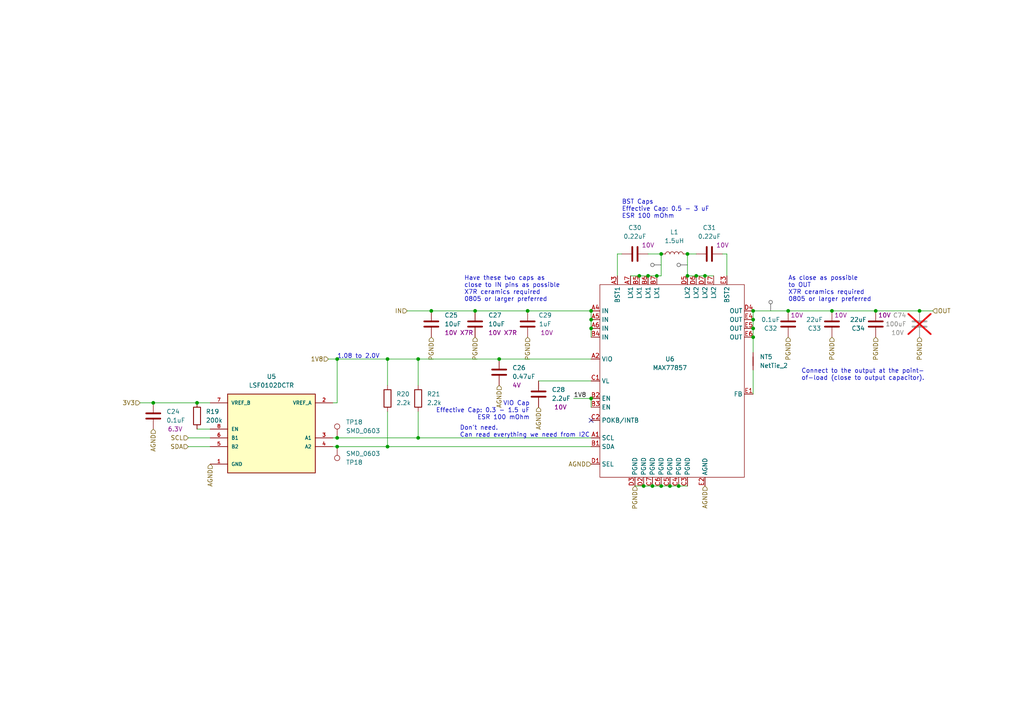
<source format=kicad_sch>
(kicad_sch (version 20230121) (generator eeschema)
  (paper "A4")
  (lib_symbols
    (symbol "Device:NetTie_2" (pin_numbers hide) (pin_names (offset 0) hide)
      (property "Reference" "NT" (at 0 1.27 0))
      (property "Value" "NetTie_2" (at 0 -1.27 0))
      (symbol "NetTie_2_0_1"
        (polyline (pts (xy -1.27 0) (xy 1.27 0)) (stroke (width 0.254)))
      )
      (symbol "NetTie_2_1_1"
        (pin passive line (at -2.54 0 0) (length 2.54) (name "1") (number "1"))
        (pin passive line (at 2.54 0 180) (length 2.54) (name "2") (number "2"))
      )
    )
    (symbol "robot:C" (pin_numbers hide) (pin_names (offset 0.254))
      (property "Reference" "C" (at 0.635 2.54 0))
      (property "Value" "C" (at 0.635 -2.54 0))
      (symbol "C_0_1"
        (polyline (pts (xy -2.032 -0.762) (xy 2.032 -0.762)) (stroke (width 0.508)))
        (polyline (pts (xy -2.032 0.762) (xy 2.032 0.762)) (stroke (width 0.508)))
      )
      (symbol "C_1_1"
        (pin passive line (at 0 3.81 270) (length 2.794) (name "~") (number "1"))
        (pin passive line (at 0 -3.81 90) (length 2.794) (name "~") (number "2"))
      )
    )
    (symbol "robot:L" (pin_numbers hide) (pin_names (offset 1.016) hide)
      (property "Reference" "L" (at -1.27 0 90))
      (property "Value" "L" (at 1.905 0 90))
      (symbol "L_0_1"
        (arc (start 0 -2.54) (mid 0.6323 -1.905) (end 0 -1.27))
        (arc (start 0 -1.27) (mid 0.6323 -0.635) (end 0 0))
        (arc (start 0 0) (mid 0.6323 0.635) (end 0 1.27))
        (arc (start 0 1.27) (mid 0.6323 1.905) (end 0 2.54))
      )
      (symbol "L_1_1"
        (pin passive line (at 0 3.81 270) (length 1.27) (name "1") (number "1"))
        (pin passive line (at 0 -3.81 90) (length 1.27) (name "2") (number "2"))
      )
    )
    (symbol "robot:LSF0102DCTR" (pin_names (offset 1.016))
      (property "Reference" "U" (at -12.7 13.97 0))
      (property "Value" "LSF0102DCTR" (at -12.7 -11.43 0))
      (symbol "LSF0102DCTR_0_0"
        (rectangle (start -12.7 -10.16) (end 12.7 12.7) (stroke (width 0.254)) (fill (type background)))
        (pin power_in line (at 17.78 -7.62 180) (length 5.08) (name "GND") (number "1"))
        (pin power_in line (at -17.78 10.16 0) (length 5.08) (name "VREF_A") (number "2"))
        (pin bidirectional line (at -17.78 0 0) (length 5.08) (name "A1") (number "3"))
        (pin bidirectional line (at -17.78 -2.54 0) (length 5.08) (name "A2") (number "4"))
        (pin bidirectional line (at 17.78 -2.54 180) (length 5.08) (name "B2") (number "5"))
        (pin bidirectional line (at 17.78 0 180) (length 5.08) (name "B1") (number "6"))
        (pin power_in line (at 17.78 10.16 180) (length 5.08) (name "VREF_B") (number "7"))
        (pin input line (at 17.78 2.54 180) (length 5.08) (name "EN") (number "8"))
      )
    )
    (symbol "robot:MAX77857"
      (property "Reference" "U" (at 0 0 0))
      (property "Value" "MAX77857" (at 0 -2.54 0))
      (symbol "MAX77857_0_1"
        (rectangle (start -20.32 24.13) (end 21.59 -31.75))
      )
      (symbol "MAX77857_1_1"
        (pin input line (at -22.86 -20.32 0) (length 2.54) (name "SCL") (number "A1"))
        (pin power_in line (at -22.86 2.54 0) (length 2.54) (name "VIO") (number "A2"))
        (pin power_out line (at -15.24 26.67 270) (length 2.54) (name "BST1") (number "A3"))
        (pin power_in line (at -22.86 16.51 0) (length 2.54) (name "IN") (number "A4"))
        (pin power_in line (at -22.86 13.97 0) (length 2.54) (name "IN") (number "A5"))
        (pin power_in line (at -22.86 11.43 0) (length 2.54) (name "IN") (number "A6"))
        (pin power_out line (at -11.43 26.67 270) (length 2.54) (name "LX1") (number "A7"))
        (pin bidirectional line (at -22.86 -22.86 0) (length 2.54) (name "SDA") (number "B1"))
        (pin input line (at -22.86 -8.89 0) (length 2.54) (name "EN") (number "B2"))
        (pin input line (at -22.86 -11.43 0) (length 2.54) (name "EN") (number "B3"))
        (pin power_in line (at -22.86 8.89 0) (length 2.54) (name "IN") (number "B4"))
        (pin passive line (at -8.89 26.67 270) (length 2.54) (name "LX1") (number "B5"))
        (pin passive line (at -6.35 26.67 270) (length 2.54) (name "LX1") (number "B6"))
        (pin passive line (at -3.81 26.67 270) (length 2.54) (name "LX1") (number "B7"))
        (pin power_out line (at -22.86 -3.81 0) (length 2.54) (name "VL") (number "C1"))
        (pin output line (at -22.86 -15.24 0) (length 2.54) (name "POKB/INTB") (number "C2"))
        (pin power_in line (at 5.08 -34.29 90) (length 2.54) (name "PGND") (number "C3"))
        (pin power_in line (at 2.54 -34.29 90) (length 2.54) (name "PGND") (number "C4"))
        (pin power_in line (at 0 -34.29 90) (length 2.54) (name "PGND") (number "C5"))
        (pin power_in line (at -2.54 -34.29 90) (length 2.54) (name "PGND") (number "C6"))
        (pin power_in line (at -5.08 -34.29 90) (length 2.54) (name "PGND") (number "C7"))
        (pin input line (at -22.86 -27.94 0) (length 2.54) (name "SEL") (number "D1"))
        (pin power_in line (at -7.62 -34.29 90) (length 2.54) (name "PGND") (number "D2"))
        (pin power_in line (at -10.16 -34.29 90) (length 2.54) (name "PGND") (number "D3"))
        (pin power_out line (at 24.13 16.51 180) (length 2.54) (name "OUT") (number "D4"))
        (pin power_out line (at 5.08 26.67 270) (length 2.54) (name "LX2") (number "D5"))
        (pin passive line (at 7.62 26.67 270) (length 2.54) (name "LX2") (number "D6"))
        (pin passive line (at 10.16 26.67 270) (length 2.54) (name "LX2") (number "D7"))
        (pin input line (at 24.13 -7.62 180) (length 2.54) (name "FB") (number "E1"))
        (pin power_in line (at 10.16 -34.29 90) (length 2.54) (name "AGND") (number "E2"))
        (pin power_out line (at 16.51 26.67 270) (length 2.54) (name "BST2") (number "E3"))
        (pin passive line (at 24.13 13.97 180) (length 2.54) (name "OUT") (number "E4"))
        (pin passive line (at 24.13 11.43 180) (length 2.54) (name "OUT") (number "E5"))
        (pin passive line (at 24.13 8.89 180) (length 2.54) (name "OUT") (number "E6"))
        (pin passive line (at 12.7 26.67 270) (length 2.54) (name "LX2") (number "E7"))
      )
    )
    (symbol "robot:R" (pin_numbers hide) (pin_names (offset 0))
      (property "Reference" "R" (at 2.032 0 90))
      (property "Value" "R" (at 0 0 90))
      (symbol "R_0_1"
        (rectangle (start -1.016 -2.54) (end 1.016 2.54) (stroke (width 0.254)))
      )
      (symbol "R_1_1"
        (pin passive line (at 0 3.81 270) (length 1.27) (name "~") (number "1"))
        (pin passive line (at 0 -3.81 90) (length 1.27) (name "~") (number "2"))
      )
    )
    (symbol "robot:TestPoint" (pin_numbers hide) (pin_names (offset 0.762) hide)
      (property "Reference" "TP" (at 0 6.858 0))
      (symbol "TestPoint_0_1"
        (circle (center 0 3.302) (radius 0.762))
      )
      (symbol "TestPoint_1_1"
        (pin passive line (at 0 0 90) (length 2.54) (name "1") (number "1"))
      )
    )
  )
  (junction (at 97.79 129.54))
  (junction (at 153.035 90.17))
  (junction (at 44.45 116.84))
  (junction (at 191.77 140.97))
  (junction (at 186.69 140.97))
  (junction (at 144.78 104.14))
  (junction (at 187.96 80.01))
  (junction (at 189.23 140.97))
  (junction (at 191.77 73.66))
  (junction (at 266.7 90.17))
  (junction (at 171.45 115.57))
  (junction (at 196.85 140.97))
  (junction (at 121.285 104.14))
  (junction (at 218.44 97.79))
  (junction (at 199.39 80.01))
  (junction (at 185.42 80.01))
  (junction (at 97.79 104.14))
  (junction (at 218.44 95.25))
  (junction (at 199.39 73.66))
  (junction (at 201.93 80.01))
  (junction (at 97.79 127))
  (junction (at 125.095 90.17))
  (junction (at 171.45 92.71))
  (junction (at 194.31 140.97))
  (junction (at 228.6 90.17))
  (junction (at 121.285 127))
  (junction (at 204.47 80.01))
  (junction (at 171.45 90.17))
  (junction (at 218.44 92.71))
  (junction (at 241.3 90.17))
  (junction (at 190.5 80.01))
  (junction (at 254 90.17))
  (junction (at 112.395 129.54))
  (junction (at 171.45 95.25))
  (junction (at 57.15 116.84))
  (junction (at 137.795 90.17))
  (junction (at 112.395 104.14))
  (junction (at 218.44 90.17))
  (no_connect (at 171.45 121.92))
  (wire (pts (xy 210.82 73.66) (xy 210.82 80.01)))
  (wire (pts (xy 171.45 92.71) (xy 171.45 95.25)))
  (wire (pts (xy 112.395 129.54) (xy 171.45 129.54)))
  (wire (pts (xy 144.78 104.14) (xy 171.45 104.14)))
  (wire (pts (xy 218.44 95.25) (xy 218.44 97.79)))
  (wire (pts (xy 112.395 119.38) (xy 112.395 129.54)))
  (wire (pts (xy 179.07 73.66) (xy 180.34 73.66)))
  (wire (pts (xy 186.69 140.97) (xy 189.23 140.97)))
  (wire (pts (xy 209.55 73.66) (xy 210.82 73.66)))
  (wire (pts (xy 95.25 104.14) (xy 97.79 104.14)))
  (wire (pts (xy 96.52 116.84) (xy 97.79 116.84)))
  (wire (pts (xy 40.64 116.84) (xy 44.45 116.84)))
  (wire (pts (xy 137.795 90.17) (xy 153.035 90.17)))
  (wire (pts (xy 199.39 73.66) (xy 199.39 80.01)))
  (wire (pts (xy 191.77 140.97) (xy 194.31 140.97)))
  (wire (pts (xy 44.45 116.84) (xy 57.15 116.84)))
  (wire (pts (xy 171.45 95.25) (xy 171.45 97.79)))
  (wire (pts (xy 194.31 140.97) (xy 196.85 140.97)))
  (wire (pts (xy 121.285 119.38) (xy 121.285 127)))
  (wire (pts (xy 125.095 90.17) (xy 137.795 90.17)))
  (wire (pts (xy 187.96 73.66) (xy 191.77 73.66)))
  (wire (pts (xy 97.79 104.14) (xy 112.395 104.14)))
  (wire (pts (xy 189.23 140.97) (xy 191.77 140.97)))
  (wire (pts (xy 218.44 92.71) (xy 218.44 95.25)))
  (wire (pts (xy 218.44 97.79) (xy 218.44 102.235)))
  (wire (pts (xy 199.39 73.66) (xy 201.93 73.66)))
  (wire (pts (xy 185.42 80.01) (xy 187.96 80.01)))
  (wire (pts (xy 171.45 90.17) (xy 171.45 92.71)))
  (wire (pts (xy 179.07 80.01) (xy 179.07 73.66)))
  (wire (pts (xy 112.395 111.76) (xy 112.395 104.14)))
  (wire (pts (xy 112.395 104.14) (xy 121.285 104.14)))
  (wire (pts (xy 97.79 129.54) (xy 112.395 129.54)))
  (wire (pts (xy 241.3 90.17) (xy 254 90.17)))
  (wire (pts (xy 96.52 127) (xy 97.79 127)))
  (wire (pts (xy 166.37 115.57) (xy 171.45 115.57)))
  (wire (pts (xy 201.93 80.01) (xy 204.47 80.01)))
  (wire (pts (xy 218.44 90.17) (xy 218.44 92.71)))
  (wire (pts (xy 118.11 90.17) (xy 125.095 90.17)))
  (wire (pts (xy 54.61 129.54) (xy 60.96 129.54)))
  (wire (pts (xy 57.15 124.46) (xy 60.96 124.46)))
  (wire (pts (xy 153.035 90.17) (xy 171.45 90.17)))
  (wire (pts (xy 57.15 116.84) (xy 60.96 116.84)))
  (wire (pts (xy 54.61 127) (xy 60.96 127)))
  (wire (pts (xy 266.7 90.17) (xy 270.51 90.17)))
  (wire (pts (xy 182.88 80.01) (xy 185.42 80.01)))
  (wire (pts (xy 218.44 90.17) (xy 228.6 90.17)))
  (wire (pts (xy 190.5 80.01) (xy 191.77 80.01)))
  (wire (pts (xy 121.285 127) (xy 171.45 127)))
  (wire (pts (xy 97.79 127) (xy 121.285 127)))
  (wire (pts (xy 228.6 90.17) (xy 241.3 90.17)))
  (wire (pts (xy 204.47 80.01) (xy 207.01 80.01)))
  (wire (pts (xy 96.52 129.54) (xy 97.79 129.54)))
  (wire (pts (xy 199.39 80.01) (xy 201.93 80.01)))
  (wire (pts (xy 121.285 104.14) (xy 144.78 104.14)))
  (wire (pts (xy 254 90.17) (xy 266.7 90.17)))
  (wire (pts (xy 171.45 115.57) (xy 171.45 118.11)))
  (wire (pts (xy 184.15 140.97) (xy 186.69 140.97)))
  (wire (pts (xy 187.96 80.01) (xy 190.5 80.01)))
  (wire (pts (xy 196.85 140.97) (xy 199.39 140.97)))
  (wire (pts (xy 121.285 111.76) (xy 121.285 104.14)))
  (wire (pts (xy 218.44 107.315) (xy 218.44 114.3)))
  (wire (pts (xy 156.21 110.49) (xy 171.45 110.49)))
  (wire (pts (xy 97.79 116.84) (xy 97.79 104.14)))
  (wire (pts (xy 191.77 80.01) (xy 191.77 73.66)))
  (text "Have these two caps as \nclose to IN pins as possible\nX7R ceramics required\n0805 or larger preferred" (at 134.62 87.63 0) (effects (font (size 1.27 1.27)) (justify left bottom)))
  (text "Connect to the output at the point-\nof-load (close to output capacitor)." (at 232.41 110.49 0) (effects (font (size 1.27 1.27)) (justify left bottom)))
  (text "Don't need.\nCan read everything we need from I2C" (at 133.35 127 0) (effects (font (size 1.27 1.27)) (justify left bottom)))
  (text "BST Caps\nEffective Cap: 0.5 - 3 uF\nESR 100 mOhm" (at 180.34 63.5 0) (effects (font (size 1.27 1.27)) (justify left bottom)))
  (text "1.08 to 2.0V" (at 97.79 104.14 0) (effects (font (size 1.27 1.27)) (justify left bottom)))
  (text "As close as possible\nto OUT\nX7R ceramics required\n0805 or larger preferred" (at 228.6 87.63 0) (effects (font (size 1.27 1.27)) (justify left bottom)))
  (text "VIO Cap\nEffective Cap: 0.3 - 1.5 uF\nESR 100 mOhm" (at 153.67 121.92 0) (effects (font (size 1.27 1.27)) (justify right bottom)))
  (label "1V8" (at 166.37 115.57 0))
  (hierarchical_label "PGND" (shape input) (at 254 97.79 270))
  (hierarchical_label "1V8" (shape input) (at 95.25 104.14 180))
  (hierarchical_label "PGND" (shape input) (at 266.7 97.79 270))
  (hierarchical_label "PGND" (shape input) (at 125.095 97.79 270))
  (hierarchical_label "SDA" (shape input) (at 54.61 129.54 180))
  (hierarchical_label "PGND" (shape input) (at 137.795 97.79 270))
  (hierarchical_label "OUT" (shape input) (at 270.51 90.17 0))
  (hierarchical_label "PGND" (shape input) (at 184.15 140.97 270))
  (hierarchical_label "3V3" (shape input) (at 40.64 116.84 180))
  (hierarchical_label "AGND" (shape input) (at 44.45 124.46 270))
  (hierarchical_label "AGND" (shape input) (at 156.21 118.11 270))
  (hierarchical_label "PGND" (shape input) (at 228.6 97.79 270))
  (hierarchical_label "PGND" (shape input) (at 241.3 97.79 270))
  (hierarchical_label "AGND" (shape input) (at 204.47 140.97 270))
  (hierarchical_label "AGND" (shape input) (at 60.96 134.62 270))
  (hierarchical_label "IN" (shape input) (at 118.11 90.17 180))
  (hierarchical_label "AGND" (shape input) (at 144.78 111.76 270))
  (hierarchical_label "AGND" (shape input) (at 171.45 134.62 180))
  (hierarchical_label "PGND" (shape input) (at 153.035 97.79 270))
  (hierarchical_label "SCL" (shape input) (at 54.61 127 180))
  (netclass_flag "" (length 2.54) (shape round) (at 191.77 76.835 90) (property "Netclass" "power_2A" (effects hide)))
  (netclass_flag "" (length 2.54) (shape round) (at 199.39 76.835 90) (property "Netclass" "power_2A" (effects hide)))
  (netclass_flag "" (length 2.54) (shape round) (at 223.52 90.17 0) (property "Netclass" "power_2A" (effects hide)))
  (symbol (lib_id "robot:MAX77857") (at 194.31 106.68 0) (unit 1)
    (property "Reference" "U6" (at 194.31 104.14 0))
    (property "Value" "MAX77857" (at 194.31 106.68 0))
    (property "Footprint" "robot:WLP-35_7x5_2.828x2.028mm" (effects hide))
    (property "Datasheet" "https://datasheets.maximintegrated.com/en/ds/MAX77857.pdf" (effects hide))
    (property "Part Number" "MAX77857" (effects hide))
    (property "Manufacturer" "Maxim" (effects hide))
    (property "Stock" "19" (effects hide))
  )
  (symbol (lib_id "robot:C") (at 156.21 114.3 0) (unit 1)
    (property "Reference" "C28" (at 160.02 113.0299 0) (effects (justify left)))
    (property "Value" "2.2uF" (at 160.02 115.5699 0) (effects (justify left)))
    (property "Footprint" "robot:C_0603_1608Metric" (effects hide))
    (property "Description" "10V" (at 162.56 118.11 0))
    (property "Manufacturer" "Samsung" (effects hide))
    (property "Part Number" "CL10A225KP8NNNC" (effects hide))
  )
  (symbol (lib_id "robot:LSF0102DCTR") (at 78.74 127 0) (mirror y) (unit 1)
    (property "Reference" "U5" (at 78.74 109.22 0))
    (property "Value" "LSF0102DCTR" (at 78.74 111.76 0))
    (property "Footprint" "robot:SOP65P400X130-8N" (effects hide))
    (property "Datasheet" "https://www.ti.com/lit/ds/symlink/lsf0102.pdf?ts=1663326115010&ref_url=https%253A%252F%252Fwww.ti.com%252Fproduct%252FLSF0102%252Fpart-details%252FLSF0102DCTR" (effects hide))
    (property "Manufacturer" "Texas Instruments" (effects hide))
    (property "Part Number" "LSF0102DCTR" (effects hide))
    (property "Stock" "19" (effects hide))
  )
  (symbol (lib_id "Device:NetTie_2") (at 218.44 104.775 270) (unit 1) (in_bom no)
    (property "Reference" "NT5" (at 220.345 103.505 90) (effects (justify left)))
    (property "Value" "NetTie_2" (at 220.345 106.045 90) (effects (justify left)))
    (property "Footprint" "robot:NetTie-_SMD_Pad6mil" (effects hide))
    (property "Manufacturer" "N/A" (effects hide))
    (property "Part Number" "N/A" (effects hide))
    (instances (project "robot" (path "" (reference "NT5") (unit 1)) (path "" (reference "NT15") (unit 1)) (path "" (reference "NT15") (unit 1))))
  )
  (symbol (lib_id "robot:C") (at 228.6 93.98 180) (unit 1)
    (property "Reference" "C32" (at 223.52 95.25 0))
    (property "Value" "0.1uF" (at 223.52 92.71 0))
    (property "Footprint" "robot:C_0402_1005Metric" (effects hide))
    (property "Description" "10V" (at 231.14 91.44 0))
    (property "Manufacturer" "Samsung" (effects hide))
    (property "Part Number" "CL05A104KA5NNNC" (effects hide))
  )
  (symbol (lib_id "robot:C") (at 137.795 93.98 0) (unit 1)
    (property "Reference" "C27" (at 141.605 91.4399 0) (effects (justify left)))
    (property "Value" "10uF" (at 141.605 93.9799 0) (effects (justify left)))
    (property "Footprint" "robot:C_0603_1608Metric" (effects hide))
    (property "Description" "10V X7R" (at 141.605 96.52 0) (effects (justify left)))
    (property "Manufacturer" "Murata" (effects hide))
    (property "Part Number" "GRM188R61E106KA73J" (effects hide))
  )
  (symbol (lib_id "robot:R") (at 112.395 115.57 0) (unit 1)
    (property "Reference" "R20" (at 114.935 114.2999 0) (effects (justify left)))
    (property "Value" "2.2k" (at 114.935 116.8399 0) (effects (justify left)))
    (property "Footprint" "robot:R_0603_1608Metric" (effects hide))
    (property "Manufacturer" "Stackpole Electronics" (effects hide))
    (property "Part Number" "RMCF0603JT2K20" (effects hide))
  )
  (symbol (lib_id "robot:C") (at 125.095 93.98 0) (unit 1)
    (property "Reference" "C25" (at 128.905 91.4399 0) (effects (justify left)))
    (property "Value" "10uF" (at 128.905 93.9799 0) (effects (justify left)))
    (property "Footprint" "robot:C_0603_1608Metric" (effects hide))
    (property "Description" "10V X7R" (at 128.905 96.5199 0) (effects (justify left)))
    (property "Manufacturer" "Murata" (effects hide))
    (property "Part Number" "GRM188R61E106KA73J" (effects hide))
  )
  (symbol (lib_id "robot:C") (at 44.45 120.65 0) (unit 1)
    (property "Reference" "C24" (at 48.26 119.3799 0) (effects (justify left)))
    (property "Value" "0.1uF" (at 48.26 121.9199 0) (effects (justify left)))
    (property "Footprint" "robot:C_0402_1005Metric" (effects hide))
    (property "Description" "6.3V" (at 50.8 124.46 0))
    (property "Manufacturer" "Samsung" (effects hide))
    (property "Part Number" "CL05A104KA5NNNC" (effects hide))
  )
  (symbol (lib_id "robot:C") (at 153.035 93.98 180) (unit 1)
    (property "Reference" "C29" (at 158.115 91.44 0))
    (property "Value" "1uF" (at 158.115 93.98 0))
    (property "Footprint" "robot:C_0402_1005Metric" (effects hide))
    (property "Description" " 10V" (at 158.115 96.52 0))
    (property "Manufacturer" "Murata" (effects hide))
    (property "Part Number" "GRM155R61E105KA12D" (effects hide))
  )
  (symbol (lib_id "robot:TestPoint") (at 97.79 129.54 0) (mirror x) (unit 1)
    (property "Reference" "TP18" (at 100.33 134.112 0) (effects (justify left)))
    (property "Value" "SMD_0603" (at 100.33 131.572 0) (effects (justify left)))
    (property "Footprint" "robot:TestPoint_SMD_0603" (effects hide))
    (property "Description" "SMD Test Point 0603 size." (effects hide))
    (property "Manufacturer" "KOA Speer Electronics, Inc." (effects hide))
    (property "Part Number" "RCUCTE" (effects hide))
    (instances (project "robot" (path "" (reference "TP18") (unit 1)) (path "" (reference "TP19") (unit 1))))
  )
  (symbol (lib_id "robot:C") (at 254 93.98 180) (unit 1)
    (property "Reference" "C34" (at 248.92 95.25 0))
    (property "Value" "22uF" (at 248.92 92.71 0))
    (property "Footprint" "robot:C_0603_1608Metric" (effects hide))
    (property "Description" "10V" (at 256.54 91.44 0))
    (property "Manufacturer" "Murata" (effects hide))
    (property "Part Number" "GRM188R61A226ME15D" (effects hide))
  )
  (symbol (lib_id "robot:L") (at 195.58 73.66 90) (unit 1)
    (property "Reference" "L1" (at 195.58 67.31 90))
    (property "Value" "1.5uH" (at 195.58 69.85 90))
    (property "Footprint" "robot:NRS6028T1R5NMGJ" (effects hide))
    (property "Datasheet" "https://www.mouser.jp/datasheet/2/396/wound04_e-1290968.pdf" (effects hide))
    (property "Part Number" "NRS6028T1R5NMGJ" (effects hide))
    (property "Description" "DCR < 22 mOhms. I_sat > 4A" (effects hide))
    (property "Manufacturer" "TAIYO YUDEN" (effects hide))
  )
  (symbol (lib_id "robot:C") (at 241.3 93.98 180) (unit 1)
    (property "Reference" "C33" (at 236.22 95.25 0))
    (property "Value" "22uF" (at 236.22 92.71 0))
    (property "Footprint" "robot:C_0603_1608Metric" (effects hide))
    (property "Description" "10V" (at 243.84 91.44 0))
    (property "Manufacturer" "Murata" (effects hide))
    (property "Part Number" "GRM188R61A226ME15D" (effects hide))
  )
  (symbol (lib_id "robot:C") (at 184.15 73.66 90) (unit 1)
    (property "Reference" "C30" (at 184.15 66.04 90))
    (property "Value" "0.22uF" (at 184.15 68.58 90))
    (property "Footprint" "robot:C_0603_1608Metric" (effects hide))
    (property "Description" "10V" (at 187.96 71.12 90))
    (property "Manufacturer" "Samsung" (effects hide))
    (property "Part Number" "CL10B224KA8NNNC" (effects hide))
  )
  (symbol (lib_id "robot:TestPoint") (at 97.79 127 0) (unit 1)
    (property "Reference" "TP18" (at 100.33 122.428 0) (effects (justify left)))
    (property "Value" "SMD_0603" (at 100.33 124.968 0) (effects (justify left)))
    (property "Footprint" "robot:TestPoint_SMD_0603" (effects hide))
    (property "Description" "SMD Test Point 0603 size." (effects hide))
    (property "Manufacturer" "KOA Speer Electronics, Inc." (effects hide))
    (property "Part Number" "RCUCTE" (effects hide))
  )
  (symbol (lib_id "robot:R") (at 57.15 120.65 0) (unit 1)
    (property "Reference" "R19" (at 59.69 119.3799 0) (effects (justify left)))
    (property "Value" "200k" (at 59.69 121.9199 0) (effects (justify left)))
    (property "Footprint" "robot:R_0603_1608Metric" (effects hide))
    (property "Manufacturer" "Stackpole Electronics" (effects hide))
    (property "Part Number" "RMCF0603JT200K" (effects hide))
  )
  (symbol (lib_id "robot:C") (at 144.78 107.95 0) (unit 1)
    (property "Reference" "C26" (at 148.59 106.6799 0) (effects (justify left)))
    (property "Value" "0.47uF" (at 148.59 109.2199 0) (effects (justify left)))
    (property "Footprint" "robot:C_0603_1608Metric" (effects hide))
    (property "Description" "4V" (at 149.86 111.76 0))
    (property "Manufacturer" "Samsung" (effects hide))
    (property "Part Number" "CL10B474KO8NNNC" (effects hide))
  )
  (symbol (lib_id "robot:C") (at 205.74 73.66 90) (unit 1)
    (property "Reference" "C31" (at 205.74 66.04 90))
    (property "Value" "0.22uF" (at 205.74 68.58 90))
    (property "Footprint" "robot:C_0603_1608Metric" (effects hide))
    (property "Description" "10V" (at 209.55 71.12 90))
    (property "Manufacturer" "Samsung" (effects hide))
    (property "Part Number" "CL10B224KA8NNNC" (effects hide))
  )
  (symbol (lib_id "robot:R") (at 121.285 115.57 0) (unit 1)
    (property "Reference" "R21" (at 123.825 114.2999 0) (effects (justify left)))
    (property "Value" "2.2k" (at 123.825 116.8399 0) (effects (justify left)))
    (property "Footprint" "robot:R_0603_1608Metric" (effects hide))
    (property "Manufacturer" "Stackpole Electronics" (effects hide))
    (property "Part Number" "RMCF0603JT2K20" (effects hide))
  )
  (symbol (lib_id "robot:C") (at 266.7 93.98 0) (mirror y) (unit 1) (in_bom no) (dnp yes)
    (property "Reference" "C74" (at 262.89 91.4399 0) (effects (justify left)))
    (property "Value" "100uF" (at 262.89 93.9799 0) (effects (justify left)))
    (property "Footprint" "robot:C_0805_2012Metric" (effects hide))
    (property "Description" "10V" (at 260.35 96.52 0))
    (property "Manufacturer" "Murata" (effects hide))
    (property "Part Number" "GRM31CD80J107MEA8K" (effects hide))
    (instances (project "robot" (path "" (reference "C74") (unit 1)) (path "" (reference "C89") (unit 1)) (path "" (reference "C91") (unit 1))))
  )
)
</source>
